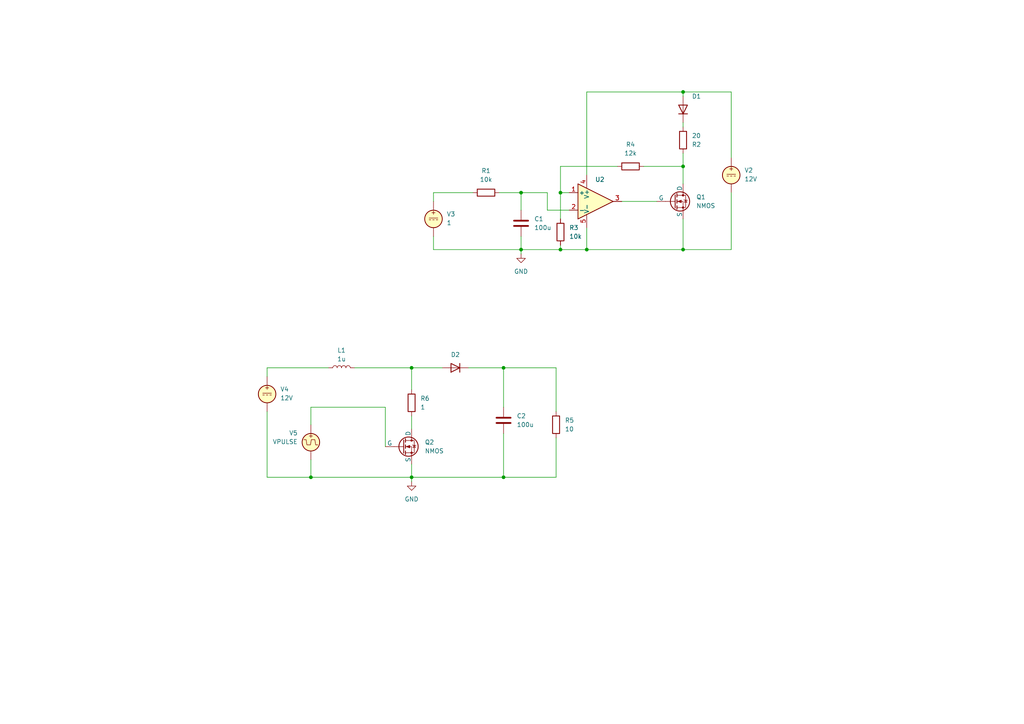
<source format=kicad_sch>
(kicad_sch (version 20230121) (generator eeschema)
  (paper "A4")
  (lib_symbols
    (symbol "Device:C" (pin_numbers hide) (pin_names (offset 0.254))
      (property "Reference" "C" (at 0.635 2.54 0))
      (property "Value" "C" (at 0.635 -2.54 0))
      (symbol "C_0_1"
        (polyline (pts (xy -2.032 -0.762) (xy 2.032 -0.762)) (stroke (width 0.508)))
        (polyline (pts (xy -2.032 0.762) (xy 2.032 0.762)) (stroke (width 0.508)))
      )
      (symbol "C_1_1"
        (pin passive line (at 0 3.81 270) (length 2.794) (name "~") (number "1"))
        (pin passive line (at 0 -3.81 90) (length 2.794) (name "~") (number "2"))
      )
    )
    (symbol "Device:L" (pin_numbers hide) (pin_names (offset 1.016) hide)
      (property "Reference" "L" (at -1.27 0 90))
      (property "Value" "L" (at 1.905 0 90))
      (symbol "L_0_1"
        (arc (start 0 -2.54) (mid 0.6323 -1.905) (end 0 -1.27))
        (arc (start 0 -1.27) (mid 0.6323 -0.635) (end 0 0))
        (arc (start 0 0) (mid 0.6323 0.635) (end 0 1.27))
        (arc (start 0 1.27) (mid 0.6323 1.905) (end 0 2.54))
      )
      (symbol "L_1_1"
        (pin passive line (at 0 3.81 270) (length 1.27) (name "1") (number "1"))
        (pin passive line (at 0 -3.81 90) (length 1.27) (name "2") (number "2"))
      )
    )
    (symbol "Device:R" (pin_numbers hide) (pin_names (offset 0))
      (property "Reference" "R" (at 2.032 0 90))
      (property "Value" "R" (at 0 0 90))
      (symbol "R_0_1"
        (rectangle (start -1.016 -2.54) (end 1.016 2.54) (stroke (width 0.254)))
      )
      (symbol "R_1_1"
        (pin passive line (at 0 3.81 270) (length 1.27) (name "~") (number "1"))
        (pin passive line (at 0 -3.81 90) (length 1.27) (name "~") (number "2"))
      )
    )
    (symbol "Simulation_SPICE:D" (pin_numbers hide) (pin_names (offset 1.016) hide)
      (property "Reference" "D" (at 0 2.54 0))
      (property "Value" "D" (at 0 -2.54 0))
      (property "Sim.Device" "D" (at 0 0 0))
      (property "Sim.Pins" "1=K 2=A" (at 0 0 0))
      (symbol "D_0_1"
        (polyline (pts (xy -1.27 1.27) (xy -1.27 -1.27)) (stroke (width 0.254)))
        (polyline (pts (xy 1.27 0) (xy -1.27 0)))
        (polyline (pts (xy 1.27 1.27) (xy 1.27 -1.27) (xy -1.27 0) (xy 1.27 1.27)) (stroke (width 0.254)))
      )
      (symbol "D_1_1"
        (pin passive line (at -3.81 0 0) (length 2.54) (name "K") (number "1"))
        (pin passive line (at 3.81 0 180) (length 2.54) (name "A") (number "2"))
      )
    )
    (symbol "Simulation_SPICE:NMOS" (pin_numbers hide) (pin_names (offset 0))
      (property "Reference" "Q" (at 5.08 1.27 0))
      (property "Value" "NMOS" (at 5.08 -1.27 0))
      (symbol "NMOS_0_1"
        (polyline (pts (xy 0.254 0) (xy -2.54 0)))
        (polyline (pts (xy 0.254 1.905) (xy 0.254 -1.905)) (stroke (width 0.254)))
        (polyline (pts (xy 0.762 -1.27) (xy 0.762 -2.286)) (stroke (width 0.254)))
        (polyline (pts (xy 0.762 0.508) (xy 0.762 -0.508)) (stroke (width 0.254)))
        (polyline (pts (xy 0.762 2.286) (xy 0.762 1.27)) (stroke (width 0.254)))
        (polyline (pts (xy 2.54 2.54) (xy 2.54 1.778)))
        (polyline (pts (xy 2.54 -2.54) (xy 2.54 0) (xy 0.762 0)))
        (polyline (pts (xy 0.762 -1.778) (xy 3.302 -1.778) (xy 3.302 1.778) (xy 0.762 1.778)))
        (polyline (pts (xy 1.016 0) (xy 2.032 0.381) (xy 2.032 -0.381) (xy 1.016 0)) (fill (type outline)))
        (polyline (pts (xy 2.794 0.508) (xy 2.921 0.381) (xy 3.683 0.381) (xy 3.81 0.254)))
        (polyline (pts (xy 3.302 0.381) (xy 2.921 -0.254) (xy 3.683 -0.254) (xy 3.302 0.381)))
        (circle (center 1.651 0) (radius 2.794) (stroke (width 0.254)))
        (circle (center 2.54 -1.778) (radius 0.254) (fill (type outline)))
        (circle (center 2.54 1.778) (radius 0.254) (fill (type outline)))
      )
      (symbol "NMOS_1_1"
        (pin passive line (at 2.54 5.08 270) (length 2.54) (name "D") (number "1"))
        (pin input line (at -5.08 0 0) (length 2.54) (name "G") (number "2"))
        (pin passive line (at 2.54 -5.08 90) (length 2.54) (name "S") (number "3"))
      )
    )
    (symbol "Simulation_SPICE:OPAMP" (pin_names (offset 0.254))
      (property "Reference" "U" (at 3.81 3.175 0))
      (property "Value" "${SIM.PARAMS}" (at 3.81 -3.175 0))
      (symbol "OPAMP_0_1"
        (polyline (pts (xy 5.08 0) (xy -5.08 5.08) (xy -5.08 -5.08) (xy 5.08 0)) (stroke (width 0.254)) (fill (type background)))
      )
      (symbol "OPAMP_1_1"
        (pin input line (at -7.62 2.54 0) (length 2.54) (name "+") (number "1"))
        (pin input line (at -7.62 -2.54 0) (length 2.54) (name "-") (number "2"))
        (pin output line (at 7.62 0 180) (length 2.54) (name "~") (number "3"))
        (pin power_in line (at -2.54 7.62 270) (length 3.81) (name "V+") (number "4"))
        (pin power_in line (at -2.54 -7.62 90) (length 3.81) (name "V-") (number "5"))
      )
    )
    (symbol "Simulation_SPICE:VDC" (pin_numbers hide) (pin_names (offset 0.0254))
      (property "Reference" "V" (at 2.54 2.54 0))
      (property "Value" "1" (at 2.54 0 0))
      (symbol "VDC_0_0"
        (polyline (pts (xy -1.27 0.254) (xy 1.27 0.254)))
        (polyline (pts (xy -0.762 -0.254) (xy -1.27 -0.254)))
        (polyline (pts (xy 0.254 -0.254) (xy -0.254 -0.254)))
        (polyline (pts (xy 1.27 -0.254) (xy 0.762 -0.254)))
        (text "+" (at 0 1.905 0) (effects (font (size 1.27 1.27))))
      )
      (symbol "VDC_0_1"
        (circle (center 0 0) (radius 2.54) (stroke (width 0.254)) (fill (type background)))
      )
      (symbol "VDC_1_1"
        (pin passive line (at 0 5.08 270) (length 2.54) (name "~") (number "1"))
        (pin passive line (at 0 -5.08 90) (length 2.54) (name "~") (number "2"))
      )
    )
    (symbol "Simulation_SPICE:VPULSE" (pin_numbers hide) (pin_names (offset 0.0254))
      (property "Reference" "V" (at 2.54 2.54 0))
      (property "Value" "VPULSE" (at 2.54 0 0))
      (property "Sim.Params" "y1=0 y2=1 td=2n tr=2n tf=2n tw=50n per=100n" (at 2.54 -2.54 0))
      (symbol "VPULSE_0_0"
        (polyline (pts (xy -2.032 -0.762) (xy -1.397 -0.762) (xy -1.143 0.762) (xy -0.127 0.762) (xy 0.127 -0.762) (xy 1.143 -0.762) (xy 1.397 0.762) (xy 2.032 0.762)))
        (text "+" (at 0 1.905 0) (effects (font (size 1.27 1.27))))
      )
      (symbol "VPULSE_0_1"
        (circle (center 0 0) (radius 2.54) (stroke (width 0.254)) (fill (type background)))
      )
      (symbol "VPULSE_1_1"
        (pin passive line (at 0 5.08 270) (length 2.54) (name "~") (number "1"))
        (pin passive line (at 0 -5.08 90) (length 2.54) (name "~") (number "2"))
      )
    )
    (symbol "power:GND" (power) (pin_names (offset 0))
      (property "Value" "GND" (at 0 -3.81 0))
      (symbol "GND_0_1"
        (polyline (pts (xy 0 0) (xy 0 -1.27) (xy 1.27 -1.27) (xy 0 -2.54) (xy -1.27 -1.27) (xy 0 -1.27)))
      )
      (symbol "GND_1_1"
        (pin power_in line (at 0 0 270) (length 0) hide (name "GND") (number "1"))
      )
    )
  )
  (junction (at 146.05 106.68))
  (junction (at 151.13 55.88))
  (junction (at 119.38 106.68))
  (junction (at 146.05 138.43))
  (junction (at 119.38 138.43))
  (junction (at 90.17 138.43))
  (junction (at 162.56 72.39))
  (junction (at 170.18 72.39))
  (junction (at 198.12 72.39))
  (junction (at 198.12 48.26))
  (junction (at 162.56 55.88))
  (junction (at 151.13 72.39))
  (junction (at 198.12 26.67))
  (wire (pts (xy 119.38 138.43) (xy 90.17 138.43)))
  (wire (pts (xy 198.12 35.56) (xy 198.12 36.83)))
  (wire (pts (xy 180.34 58.42) (xy 190.5 58.42)))
  (wire (pts (xy 77.47 138.43) (xy 90.17 138.43)))
  (wire (pts (xy 161.29 119.38) (xy 161.29 106.68)))
  (wire (pts (xy 151.13 55.88) (xy 158.75 55.88)))
  (wire (pts (xy 77.47 109.22) (xy 77.47 106.68)))
  (wire (pts (xy 170.18 26.67) (xy 198.12 26.67)))
  (wire (pts (xy 162.56 72.39) (xy 170.18 72.39)))
  (wire (pts (xy 90.17 123.19) (xy 90.17 118.11)))
  (wire (pts (xy 161.29 127) (xy 161.29 138.43)))
  (wire (pts (xy 125.73 55.88) (xy 137.16 55.88)))
  (wire (pts (xy 111.76 118.11) (xy 111.76 129.54)))
  (wire (pts (xy 198.12 48.26) (xy 198.12 53.34)))
  (wire (pts (xy 125.73 55.88) (xy 125.73 58.42)))
  (wire (pts (xy 158.75 60.96) (xy 165.1 60.96)))
  (wire (pts (xy 146.05 118.11) (xy 146.05 106.68)))
  (wire (pts (xy 170.18 72.39) (xy 198.12 72.39)))
  (wire (pts (xy 146.05 106.68) (xy 135.89 106.68)))
  (wire (pts (xy 158.75 55.88) (xy 158.75 60.96)))
  (wire (pts (xy 162.56 48.26) (xy 179.07 48.26)))
  (wire (pts (xy 162.56 55.88) (xy 162.56 63.5)))
  (wire (pts (xy 119.38 138.43) (xy 146.05 138.43)))
  (wire (pts (xy 119.38 139.7) (xy 119.38 138.43)))
  (wire (pts (xy 119.38 106.68) (xy 119.38 113.03)))
  (wire (pts (xy 170.18 26.67) (xy 170.18 50.8)))
  (wire (pts (xy 146.05 138.43) (xy 146.05 125.73)))
  (wire (pts (xy 90.17 138.43) (xy 90.17 133.35)))
  (wire (pts (xy 151.13 55.88) (xy 151.13 60.96)))
  (wire (pts (xy 119.38 134.62) (xy 119.38 138.43)))
  (wire (pts (xy 162.56 48.26) (xy 162.56 55.88)))
  (wire (pts (xy 90.17 118.11) (xy 111.76 118.11)))
  (wire (pts (xy 198.12 26.67) (xy 212.09 26.67)))
  (wire (pts (xy 198.12 72.39) (xy 212.09 72.39)))
  (wire (pts (xy 119.38 120.65) (xy 119.38 124.46)))
  (wire (pts (xy 125.73 68.58) (xy 125.73 72.39)))
  (wire (pts (xy 161.29 106.68) (xy 146.05 106.68)))
  (wire (pts (xy 77.47 119.38) (xy 77.47 138.43)))
  (wire (pts (xy 186.69 48.26) (xy 198.12 48.26)))
  (wire (pts (xy 212.09 55.88) (xy 212.09 72.39)))
  (wire (pts (xy 151.13 68.58) (xy 151.13 72.39)))
  (wire (pts (xy 125.73 72.39) (xy 151.13 72.39)))
  (wire (pts (xy 162.56 71.12) (xy 162.56 72.39)))
  (wire (pts (xy 198.12 44.45) (xy 198.12 48.26)))
  (wire (pts (xy 151.13 72.39) (xy 151.13 73.66)))
  (wire (pts (xy 212.09 45.72) (xy 212.09 26.67)))
  (wire (pts (xy 162.56 55.88) (xy 165.1 55.88)))
  (wire (pts (xy 144.78 55.88) (xy 151.13 55.88)))
  (wire (pts (xy 162.56 72.39) (xy 151.13 72.39)))
  (wire (pts (xy 102.87 106.68) (xy 119.38 106.68)))
  (wire (pts (xy 198.12 27.94) (xy 198.12 26.67)))
  (wire (pts (xy 77.47 106.68) (xy 95.25 106.68)))
  (wire (pts (xy 128.27 106.68) (xy 119.38 106.68)))
  (wire (pts (xy 198.12 63.5) (xy 198.12 72.39)))
  (wire (pts (xy 170.18 66.04) (xy 170.18 72.39)))
  (wire (pts (xy 161.29 138.43) (xy 146.05 138.43)))
  (symbol (lib_id "Simulation_SPICE:VDC") (at 77.47 114.3 0) (unit 1)
    (property "Reference" "V4" (at 81.28 112.9002 0) (effects (justify left)))
    (property "Value" "12V" (at 81.28 115.4402 0) (effects (justify left)))
    (property "Sim.Pins" "1=+ 2=-" (effects hide))
    (property "Sim.Type" "DC" (effects hide))
    (property "Sim.Device" "V" (effects hide))
  )
  (symbol (lib_id "Device:R") (at 198.12 40.64 0) (mirror y) (unit 1)
    (property "Reference" "R2" (at 200.66 41.91 0) (effects (justify right)))
    (property "Value" "20" (at 200.66 39.37 0) (effects (justify right)))
  )
  (symbol (lib_id "Simulation_SPICE:D") (at 198.12 31.75 90) (unit 1)
    (property "Reference" "D1" (at 200.66 27.94 90) (effects (justify right)))
    (property "Value" "D" (effects hide))
    (property "Sim.Device" "D" (effects hide))
    (property "Sim.Pins" "1=K 2=A" (effects hide))
  )
  (symbol (lib_id "Simulation_SPICE:NMOS") (at 195.58 58.42 0) (unit 1)
    (property "Reference" "Q1" (at 201.93 57.15 0) (effects (justify left)))
    (property "Value" "NMOS" (at 201.93 59.69 0) (effects (justify left)))
    (property "Datasheet" "https://ngspice.sourceforge.io/docs/ngspice-manual.pdf" (effects hide))
    (property "Sim.Device" "NMOS" (effects hide))
    (property "Sim.Type" "VDMOS" (effects hide))
    (property "Sim.Pins" "1=D 2=G 3=S" (effects hide))
  )
  (symbol (lib_id "Device:R") (at 162.56 67.31 180) (unit 1)
    (property "Reference" "R3" (at 165.1 66.04 0) (effects (justify right)))
    (property "Value" "10k" (at 165.1 68.58 0) (effects (justify right)))
  )
  (symbol (lib_id "Device:C") (at 151.13 64.77 0) (unit 1)
    (property "Reference" "C1" (at 154.94 63.5 0) (effects (justify left)))
    (property "Value" "100u" (at 154.94 66.04 0) (effects (justify left)))
  )
  (symbol (lib_id "Simulation_SPICE:OPAMP") (at 172.72 58.42 0) (unit 1)
    (property "Reference" "U2" (at 173.99 52.07 0))
    (property "Value" "${SIM.PARAMS}" (effects hide))
    (property "Sim.Pins" "1=1 2=2 3=5 4=3 5=4" (effects hide))
    (property "Sim.Device" "SUBCKT" (effects hide))
    (property "Sim.Library" "LM324.lib" (effects hide))
    (property "Sim.Name" "LM324" (effects hide))
  )
  (symbol (lib_id "power:GND") (at 119.38 139.7 0) (unit 1)
    (property "Reference" "#PWR02" (effects hide))
    (property "Value" "GND" (at 119.38 144.78 0))
  )
  (symbol (lib_id "Device:C") (at 146.05 121.92 0) (unit 1)
    (property "Reference" "C2" (at 149.86 120.65 0) (effects (justify left)))
    (property "Value" "100u" (at 149.86 123.19 0) (effects (justify left)))
  )
  (symbol (lib_id "Simulation_SPICE:VPULSE") (at 90.17 128.27 0) (mirror y) (unit 1)
    (property "Reference" "V5" (at 86.36 125.6002 0) (effects (justify left)))
    (property "Value" "VPULSE" (at 86.36 128.1402 0) (effects (justify left)))
    (property "Sim.Pins" "1=+ 2=-" (effects hide))
    (property "Sim.Type" "PULSE" (effects hide))
    (property "Sim.Device" "V" (effects hide))
    (property "Sim.Params" "y1=0 y2=5 td=2n tr=2n tf=2n tw=0.1m per=1m" (effects hide))
  )
  (symbol (lib_id "power:GND") (at 151.13 73.66 0) (unit 1)
    (property "Reference" "#PWR01" (effects hide))
    (property "Value" "GND" (at 151.13 78.74 0))
  )
  (symbol (lib_id "Simulation_SPICE:D") (at 132.08 106.68 180) (unit 1)
    (property "Reference" "D2" (at 132.08 102.87 0))
    (property "Value" "D" (effects hide))
    (property "Sim.Device" "D" (effects hide))
    (property "Sim.Pins" "1=K 2=A" (effects hide))
  )
  (symbol (lib_id "Simulation_SPICE:NMOS") (at 116.84 129.54 0) (unit 1)
    (property "Reference" "Q2" (at 123.19 128.27 0) (effects (justify left)))
    (property "Value" "NMOS" (at 123.19 130.81 0) (effects (justify left)))
    (property "Datasheet" "https://ngspice.sourceforge.io/docs/ngspice-manual.pdf" (effects hide))
    (property "Sim.Device" "NMOS" (effects hide))
    (property "Sim.Type" "VDMOS" (effects hide))
    (property "Sim.Pins" "1=D 2=G 3=S" (effects hide))
  )
  (symbol (lib_id "Simulation_SPICE:VDC") (at 125.73 63.5 0) (unit 1)
    (property "Reference" "V3" (at 129.54 62.1002 0) (effects (justify left)))
    (property "Value" "1" (at 129.54 64.6402 0) (effects (justify left)))
    (property "Sim.Pins" "1=+ 2=-" (effects hide))
    (property "Sim.Type" "DC" (effects hide))
    (property "Sim.Device" "V" (effects hide))
  )
  (symbol (lib_id "Simulation_SPICE:VDC") (at 212.09 50.8 0) (unit 1)
    (property "Reference" "V2" (at 215.9 49.4002 0) (effects (justify left)))
    (property "Value" "12V" (at 215.9 51.9402 0) (effects (justify left)))
    (property "Sim.Pins" "1=+ 2=-" (effects hide))
    (property "Sim.Type" "DC" (effects hide))
    (property "Sim.Device" "V" (effects hide))
  )
  (symbol (lib_id "Device:R") (at 182.88 48.26 90) (unit 1)
    (property "Reference" "R4" (at 182.88 41.91 90))
    (property "Value" "12k" (at 182.88 44.45 90))
  )
  (symbol (lib_id "Device:R") (at 119.38 116.84 0) (unit 1)
    (property "Reference" "R6" (at 121.92 115.57 0) (effects (justify left)))
    (property "Value" "1" (at 121.92 118.11 0) (effects (justify left)))
  )
  (symbol (lib_id "Device:R") (at 161.29 123.19 0) (unit 1)
    (property "Reference" "R5" (at 163.83 121.92 0) (effects (justify left)))
    (property "Value" "10" (at 163.83 124.46 0) (effects (justify left)))
  )
  (symbol (lib_id "Device:L") (at 99.06 106.68 90) (unit 1)
    (property "Reference" "L1" (at 99.06 101.6 90))
    (property "Value" "1u" (at 99.06 104.14 90))
  )
  (symbol (lib_id "Device:R") (at 140.97 55.88 90) (unit 1)
    (property "Reference" "R1" (at 140.97 49.53 90))
    (property "Value" "10k" (at 140.97 52.07 90))
  )
)
</source>
